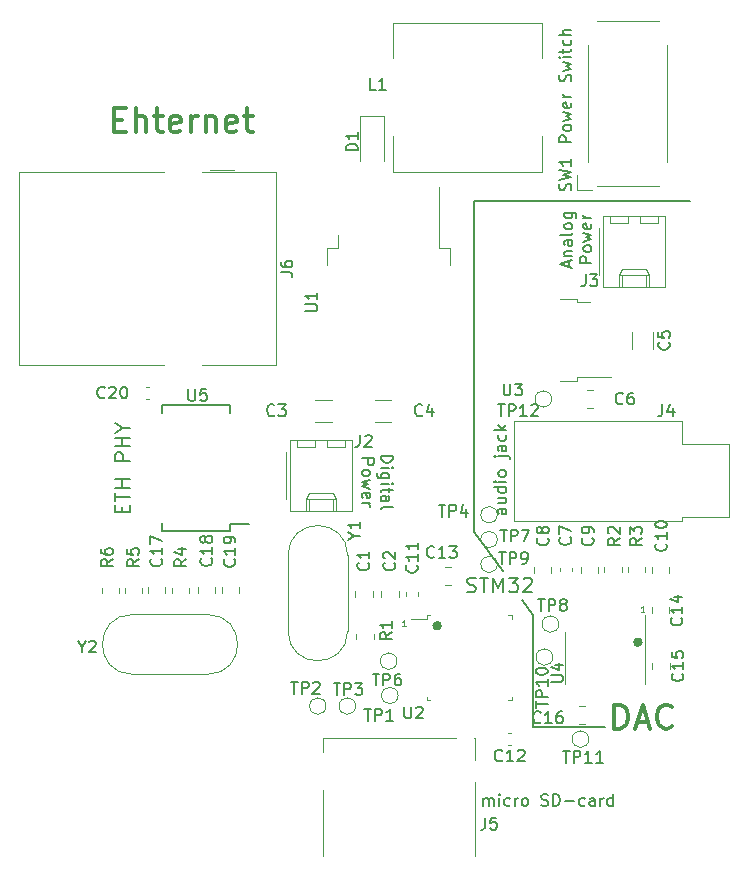
<source format=gbr>
%TF.GenerationSoftware,KiCad,Pcbnew,(5.99.0-8361-gd4c36230d2)*%
%TF.CreationDate,2021-01-14T14:19:16+01:00*%
%TF.ProjectId,mp3,6d70332e-6b69-4636-9164-5f7063625858,rev?*%
%TF.SameCoordinates,PXae85bc0PY7459280*%
%TF.FileFunction,Legend,Top*%
%TF.FilePolarity,Positive*%
%FSLAX46Y46*%
G04 Gerber Fmt 4.6, Leading zero omitted, Abs format (unit mm)*
G04 Created by KiCad (PCBNEW (5.99.0-8361-gd4c36230d2)) date 2021-01-14 14:19:16*
%MOMM*%
%LPD*%
G01*
G04 APERTURE LIST*
%ADD10C,0.150000*%
%ADD11C,0.400000*%
%ADD12C,0.125000*%
%ADD13C,0.200000*%
%ADD14C,0.300000*%
%ADD15C,0.120000*%
G04 APERTURE END LIST*
D10*
X-17476191Y7547620D02*
X-17476191Y8214286D01*
X-17476191Y8119048D02*
X-17428572Y8166667D01*
X-17333334Y8214286D01*
X-17190477Y8214286D01*
X-17095239Y8166667D01*
X-17047620Y8071429D01*
X-17047620Y7547620D01*
X-17047620Y8071429D02*
X-17000000Y8166667D01*
X-16904762Y8214286D01*
X-16761905Y8214286D01*
X-16666667Y8166667D01*
X-16619048Y8071429D01*
X-16619048Y7547620D01*
X-16142858Y7547620D02*
X-16142858Y8214286D01*
X-16142858Y8547620D02*
X-16190477Y8500000D01*
X-16142858Y8452381D01*
X-16095239Y8500000D01*
X-16142858Y8547620D01*
X-16142858Y8452381D01*
X-15238096Y7595239D02*
X-15333334Y7547620D01*
X-15523810Y7547620D01*
X-15619048Y7595239D01*
X-15666667Y7642858D01*
X-15714286Y7738096D01*
X-15714286Y8023810D01*
X-15666667Y8119048D01*
X-15619048Y8166667D01*
X-15523810Y8214286D01*
X-15333334Y8214286D01*
X-15238096Y8166667D01*
X-14809524Y7547620D02*
X-14809524Y8214286D01*
X-14809524Y8023810D02*
X-14761905Y8119048D01*
X-14714286Y8166667D01*
X-14619048Y8214286D01*
X-14523810Y8214286D01*
X-14047620Y7547620D02*
X-14142858Y7595239D01*
X-14190477Y7642858D01*
X-14238096Y7738096D01*
X-14238096Y8023810D01*
X-14190477Y8119048D01*
X-14142858Y8166667D01*
X-14047620Y8214286D01*
X-13904762Y8214286D01*
X-13809524Y8166667D01*
X-13761905Y8119048D01*
X-13714286Y8023810D01*
X-13714286Y7738096D01*
X-13761905Y7642858D01*
X-13809524Y7595239D01*
X-13904762Y7547620D01*
X-14047620Y7547620D01*
X-12571429Y7595239D02*
X-12428572Y7547620D01*
X-12190477Y7547620D01*
X-12095239Y7595239D01*
X-12047620Y7642858D01*
X-12000000Y7738096D01*
X-12000000Y7833334D01*
X-12047620Y7928572D01*
X-12095239Y7976191D01*
X-12190477Y8023810D01*
X-12380953Y8071429D01*
X-12476191Y8119048D01*
X-12523810Y8166667D01*
X-12571429Y8261905D01*
X-12571429Y8357143D01*
X-12523810Y8452381D01*
X-12476191Y8500000D01*
X-12380953Y8547620D01*
X-12142858Y8547620D01*
X-12000000Y8500000D01*
X-11571429Y7547620D02*
X-11571429Y8547620D01*
X-11333334Y8547620D01*
X-11190477Y8500000D01*
X-11095239Y8404762D01*
X-11047620Y8309524D01*
X-11000000Y8119048D01*
X-11000000Y7976191D01*
X-11047620Y7785715D01*
X-11095239Y7690477D01*
X-11190477Y7595239D01*
X-11333334Y7547620D01*
X-11571429Y7547620D01*
X-10571429Y7928572D02*
X-9809524Y7928572D01*
X-8904762Y7595239D02*
X-9000000Y7547620D01*
X-9190477Y7547620D01*
X-9285715Y7595239D01*
X-9333334Y7642858D01*
X-9380953Y7738096D01*
X-9380953Y8023810D01*
X-9333334Y8119048D01*
X-9285715Y8166667D01*
X-9190477Y8214286D01*
X-9000000Y8214286D01*
X-8904762Y8166667D01*
X-8047620Y7547620D02*
X-8047620Y8071429D01*
X-8095239Y8166667D01*
X-8190477Y8214286D01*
X-8380953Y8214286D01*
X-8476191Y8166667D01*
X-8047620Y7595239D02*
X-8142858Y7547620D01*
X-8380953Y7547620D01*
X-8476191Y7595239D01*
X-8523810Y7690477D01*
X-8523810Y7785715D01*
X-8476191Y7880953D01*
X-8380953Y7928572D01*
X-8142858Y7928572D01*
X-8047620Y7976191D01*
X-7571429Y7547620D02*
X-7571429Y8214286D01*
X-7571429Y8023810D02*
X-7523810Y8119048D01*
X-7476191Y8166667D01*
X-7380953Y8214286D01*
X-7285715Y8214286D01*
X-6523810Y7547620D02*
X-6523810Y8547620D01*
X-6523810Y7595239D02*
X-6619048Y7547620D01*
X-6809524Y7547620D01*
X-6904762Y7595239D01*
X-6952381Y7642858D01*
X-7000000Y7738096D01*
X-7000000Y8023810D01*
X-6952381Y8119048D01*
X-6904762Y8166667D01*
X-6809524Y8214286D01*
X-6619048Y8214286D01*
X-6523810Y8166667D01*
X-15547620Y32714286D02*
X-16071429Y32714286D01*
X-16166667Y32666667D01*
X-16214286Y32571429D01*
X-16214286Y32380953D01*
X-16166667Y32285715D01*
X-15595239Y32714286D02*
X-15547620Y32619048D01*
X-15547620Y32380953D01*
X-15595239Y32285715D01*
X-15690477Y32238096D01*
X-15785715Y32238096D01*
X-15880953Y32285715D01*
X-15928572Y32380953D01*
X-15928572Y32619048D01*
X-15976191Y32714286D01*
X-16214286Y33619048D02*
X-15547620Y33619048D01*
X-16214286Y33190477D02*
X-15690477Y33190477D01*
X-15595239Y33238096D01*
X-15547620Y33333334D01*
X-15547620Y33476191D01*
X-15595239Y33571429D01*
X-15642858Y33619048D01*
X-15547620Y34523810D02*
X-16547620Y34523810D01*
X-15595239Y34523810D02*
X-15547620Y34428572D01*
X-15547620Y34238096D01*
X-15595239Y34142858D01*
X-15642858Y34095239D01*
X-15738096Y34047620D01*
X-16023810Y34047620D01*
X-16119048Y34095239D01*
X-16166667Y34142858D01*
X-16214286Y34238096D01*
X-16214286Y34428572D01*
X-16166667Y34523810D01*
X-15547620Y35000000D02*
X-16214286Y35000000D01*
X-16547620Y35000000D02*
X-16500000Y34952381D01*
X-16452381Y35000000D01*
X-16500000Y35047620D01*
X-16547620Y35000000D01*
X-16452381Y35000000D01*
X-15547620Y35619048D02*
X-15595239Y35523810D01*
X-15642858Y35476191D01*
X-15738096Y35428572D01*
X-16023810Y35428572D01*
X-16119048Y35476191D01*
X-16166667Y35523810D01*
X-16214286Y35619048D01*
X-16214286Y35761905D01*
X-16166667Y35857143D01*
X-16119048Y35904762D01*
X-16023810Y35952381D01*
X-15738096Y35952381D01*
X-15642858Y35904762D01*
X-15595239Y35857143D01*
X-15547620Y35761905D01*
X-15547620Y35619048D01*
X-16214286Y37142858D02*
X-15357143Y37142858D01*
X-15261905Y37095239D01*
X-15214286Y37000000D01*
X-15214286Y36952381D01*
X-16547620Y37142858D02*
X-16500000Y37095239D01*
X-16452381Y37142858D01*
X-16500000Y37190477D01*
X-16547620Y37142858D01*
X-16452381Y37142858D01*
X-15547620Y38047620D02*
X-16071429Y38047620D01*
X-16166667Y38000000D01*
X-16214286Y37904762D01*
X-16214286Y37714286D01*
X-16166667Y37619048D01*
X-15595239Y38047620D02*
X-15547620Y37952381D01*
X-15547620Y37714286D01*
X-15595239Y37619048D01*
X-15690477Y37571429D01*
X-15785715Y37571429D01*
X-15880953Y37619048D01*
X-15928572Y37714286D01*
X-15928572Y37952381D01*
X-15976191Y38047620D01*
X-15595239Y38952381D02*
X-15547620Y38857143D01*
X-15547620Y38666667D01*
X-15595239Y38571429D01*
X-15642858Y38523810D01*
X-15738096Y38476191D01*
X-16023810Y38476191D01*
X-16119048Y38523810D01*
X-16166667Y38571429D01*
X-16214286Y38666667D01*
X-16214286Y38857143D01*
X-16166667Y38952381D01*
X-15547620Y39380953D02*
X-16547620Y39380953D01*
X-15928572Y39476191D02*
X-15547620Y39761905D01*
X-16214286Y39761905D02*
X-15833334Y39380953D01*
X-10047620Y63738096D02*
X-11047620Y63738096D01*
X-11047620Y64119048D01*
X-11000000Y64214286D01*
X-10952381Y64261905D01*
X-10857143Y64309524D01*
X-10714286Y64309524D01*
X-10619048Y64261905D01*
X-10571429Y64214286D01*
X-10523810Y64119048D01*
X-10523810Y63738096D01*
X-10047620Y64880953D02*
X-10095239Y64785715D01*
X-10142858Y64738096D01*
X-10238096Y64690477D01*
X-10523810Y64690477D01*
X-10619048Y64738096D01*
X-10666667Y64785715D01*
X-10714286Y64880953D01*
X-10714286Y65023810D01*
X-10666667Y65119048D01*
X-10619048Y65166667D01*
X-10523810Y65214286D01*
X-10238096Y65214286D01*
X-10142858Y65166667D01*
X-10095239Y65119048D01*
X-10047620Y65023810D01*
X-10047620Y64880953D01*
X-10714286Y65547620D02*
X-10047620Y65738096D01*
X-10523810Y65928572D01*
X-10047620Y66119048D01*
X-10714286Y66309524D01*
X-10095239Y67071429D02*
X-10047620Y66976191D01*
X-10047620Y66785715D01*
X-10095239Y66690477D01*
X-10190477Y66642858D01*
X-10571429Y66642858D01*
X-10666667Y66690477D01*
X-10714286Y66785715D01*
X-10714286Y66976191D01*
X-10666667Y67071429D01*
X-10571429Y67119048D01*
X-10476191Y67119048D01*
X-10380953Y66642858D01*
X-10047620Y67547620D02*
X-10714286Y67547620D01*
X-10523810Y67547620D02*
X-10619048Y67595239D01*
X-10666667Y67642858D01*
X-10714286Y67738096D01*
X-10714286Y67833334D01*
X-10095239Y68880953D02*
X-10047620Y69023810D01*
X-10047620Y69261905D01*
X-10095239Y69357143D01*
X-10142858Y69404762D01*
X-10238096Y69452381D01*
X-10333334Y69452381D01*
X-10428572Y69404762D01*
X-10476191Y69357143D01*
X-10523810Y69261905D01*
X-10571429Y69071429D01*
X-10619048Y68976191D01*
X-10666667Y68928572D01*
X-10761905Y68880953D01*
X-10857143Y68880953D01*
X-10952381Y68928572D01*
X-11000000Y68976191D01*
X-11047620Y69071429D01*
X-11047620Y69309524D01*
X-11000000Y69452381D01*
X-10714286Y69785715D02*
X-10047620Y69976191D01*
X-10523810Y70166667D01*
X-10047620Y70357143D01*
X-10714286Y70547620D01*
X-10047620Y70928572D02*
X-10714286Y70928572D01*
X-11047620Y70928572D02*
X-11000000Y70880953D01*
X-10952381Y70928572D01*
X-11000000Y70976191D01*
X-11047620Y70928572D01*
X-10952381Y70928572D01*
X-10714286Y71261905D02*
X-10714286Y71642858D01*
X-11047620Y71404762D02*
X-10190477Y71404762D01*
X-10095239Y71452381D01*
X-10047620Y71547620D01*
X-10047620Y71642858D01*
X-10095239Y72404762D02*
X-10047620Y72309524D01*
X-10047620Y72119048D01*
X-10095239Y72023810D01*
X-10142858Y71976191D01*
X-10238096Y71928572D01*
X-10523810Y71928572D01*
X-10619048Y71976191D01*
X-10666667Y72023810D01*
X-10714286Y72119048D01*
X-10714286Y72309524D01*
X-10666667Y72404762D01*
X-10047620Y72833334D02*
X-11047620Y72833334D01*
X-10047620Y73261905D02*
X-10571429Y73261905D01*
X-10666667Y73214286D01*
X-10714286Y73119048D01*
X-10714286Y72976191D01*
X-10666667Y72880953D01*
X-10619048Y72833334D01*
X-13250000Y14200000D02*
X-7200000Y14200000D01*
X-13250000Y23750000D02*
X-13250000Y14200000D01*
D11*
X-21200000Y22800000D02*
G75*
G03*
X-21200000Y22800000I-200000J0D01*
G01*
D10*
X0Y58750000D02*
X-18250000Y58750000D01*
X-18250000Y30750000D02*
X-15800000Y27400000D01*
D11*
X-4200000Y21400000D02*
G75*
G03*
X-4200000Y21400000I-200000J0D01*
G01*
D10*
X-18250000Y58750000D02*
X-18250000Y30750000D01*
X-14200000Y25000000D02*
X-13250000Y23750000D01*
D12*
X-3857143Y23973810D02*
X-4142858Y23973810D01*
X-4000000Y23973810D02*
X-4000000Y24473810D01*
X-4047620Y24402381D01*
X-4095239Y24354762D01*
X-4142858Y24330953D01*
D13*
X-48089286Y32409524D02*
X-48089286Y32826191D01*
X-47434524Y33004762D02*
X-47434524Y32409524D01*
X-48684524Y32409524D01*
X-48684524Y33004762D01*
X-48684524Y33361905D02*
X-48684524Y34076191D01*
X-47434524Y33719048D02*
X-48684524Y33719048D01*
X-47434524Y34492858D02*
X-48684524Y34492858D01*
X-48089286Y34492858D02*
X-48089286Y35207143D01*
X-47434524Y35207143D02*
X-48684524Y35207143D01*
X-47434524Y36754762D02*
X-48684524Y36754762D01*
X-48684524Y37230953D01*
X-48625000Y37350000D01*
X-48565477Y37409524D01*
X-48446429Y37469048D01*
X-48267858Y37469048D01*
X-48148810Y37409524D01*
X-48089286Y37350000D01*
X-48029762Y37230953D01*
X-48029762Y36754762D01*
X-47434524Y38004762D02*
X-48684524Y38004762D01*
X-48089286Y38004762D02*
X-48089286Y38719048D01*
X-47434524Y38719048D02*
X-48684524Y38719048D01*
X-48029762Y39552381D02*
X-47434524Y39552381D01*
X-48684524Y39135715D02*
X-48029762Y39552381D01*
X-48684524Y39969048D01*
D14*
X-48714286Y65642858D02*
X-48047620Y65642858D01*
X-47761905Y64595239D02*
X-48714286Y64595239D01*
X-48714286Y66595239D01*
X-47761905Y66595239D01*
X-46904762Y64595239D02*
X-46904762Y66595239D01*
X-46047620Y64595239D02*
X-46047620Y65642858D01*
X-46142858Y65833334D01*
X-46333334Y65928572D01*
X-46619048Y65928572D01*
X-46809524Y65833334D01*
X-46904762Y65738096D01*
X-45380953Y65928572D02*
X-44619048Y65928572D01*
X-45095239Y66595239D02*
X-45095239Y64880953D01*
X-45000000Y64690477D01*
X-44809524Y64595239D01*
X-44619048Y64595239D01*
X-43190477Y64690477D02*
X-43380953Y64595239D01*
X-43761905Y64595239D01*
X-43952381Y64690477D01*
X-44047620Y64880953D01*
X-44047620Y65642858D01*
X-43952381Y65833334D01*
X-43761905Y65928572D01*
X-43380953Y65928572D01*
X-43190477Y65833334D01*
X-43095239Y65642858D01*
X-43095239Y65452381D01*
X-44047620Y65261905D01*
X-42238096Y64595239D02*
X-42238096Y65928572D01*
X-42238096Y65547620D02*
X-42142858Y65738096D01*
X-42047620Y65833334D01*
X-41857143Y65928572D01*
X-41666667Y65928572D01*
X-41000000Y65928572D02*
X-41000000Y64595239D01*
X-41000000Y65738096D02*
X-40904762Y65833334D01*
X-40714286Y65928572D01*
X-40428572Y65928572D01*
X-40238096Y65833334D01*
X-40142858Y65642858D01*
X-40142858Y64595239D01*
X-38428572Y64690477D02*
X-38619048Y64595239D01*
X-39000000Y64595239D01*
X-39190477Y64690477D01*
X-39285715Y64880953D01*
X-39285715Y65642858D01*
X-39190477Y65833334D01*
X-39000000Y65928572D01*
X-38619048Y65928572D01*
X-38428572Y65833334D01*
X-38333334Y65642858D01*
X-38333334Y65452381D01*
X-39285715Y65261905D01*
X-37761905Y65928572D02*
X-37000000Y65928572D01*
X-37476191Y66595239D02*
X-37476191Y64880953D01*
X-37380953Y64690477D01*
X-37190477Y64595239D01*
X-37000000Y64595239D01*
D12*
X-24057143Y22773810D02*
X-24342858Y22773810D01*
X-24200000Y22773810D02*
X-24200000Y23273810D01*
X-24247620Y23202381D01*
X-24295239Y23154762D01*
X-24342858Y23130953D01*
D10*
X-10238334Y53190477D02*
X-10238334Y53666667D01*
X-9952620Y53095239D02*
X-10952620Y53428572D01*
X-9952620Y53761905D01*
X-10619286Y54095239D02*
X-9952620Y54095239D01*
X-10524048Y54095239D02*
X-10571667Y54142858D01*
X-10619286Y54238096D01*
X-10619286Y54380953D01*
X-10571667Y54476191D01*
X-10476429Y54523810D01*
X-9952620Y54523810D01*
X-9952620Y55428572D02*
X-10476429Y55428572D01*
X-10571667Y55380953D01*
X-10619286Y55285715D01*
X-10619286Y55095239D01*
X-10571667Y55000000D01*
X-10000239Y55428572D02*
X-9952620Y55333334D01*
X-9952620Y55095239D01*
X-10000239Y55000000D01*
X-10095477Y54952381D01*
X-10190715Y54952381D01*
X-10285953Y55000000D01*
X-10333572Y55095239D01*
X-10333572Y55333334D01*
X-10381191Y55428572D01*
X-9952620Y56047620D02*
X-10000239Y55952381D01*
X-10095477Y55904762D01*
X-10952620Y55904762D01*
X-9952620Y56571429D02*
X-10000239Y56476191D01*
X-10047858Y56428572D01*
X-10143096Y56380953D01*
X-10428810Y56380953D01*
X-10524048Y56428572D01*
X-10571667Y56476191D01*
X-10619286Y56571429D01*
X-10619286Y56714286D01*
X-10571667Y56809524D01*
X-10524048Y56857143D01*
X-10428810Y56904762D01*
X-10143096Y56904762D01*
X-10047858Y56857143D01*
X-10000239Y56809524D01*
X-9952620Y56714286D01*
X-9952620Y56571429D01*
X-10619286Y57761905D02*
X-9809762Y57761905D01*
X-9714524Y57714286D01*
X-9666905Y57666667D01*
X-9619286Y57571429D01*
X-9619286Y57428572D01*
X-9666905Y57333334D01*
X-10000239Y57761905D02*
X-9952620Y57666667D01*
X-9952620Y57476191D01*
X-10000239Y57380953D01*
X-10047858Y57333334D01*
X-10143096Y57285715D01*
X-10428810Y57285715D01*
X-10524048Y57333334D01*
X-10571667Y57380953D01*
X-10619286Y57476191D01*
X-10619286Y57666667D01*
X-10571667Y57761905D01*
X-8342620Y53523810D02*
X-9342620Y53523810D01*
X-9342620Y53904762D01*
X-9295000Y54000000D01*
X-9247381Y54047620D01*
X-9152143Y54095239D01*
X-9009286Y54095239D01*
X-8914048Y54047620D01*
X-8866429Y54000000D01*
X-8818810Y53904762D01*
X-8818810Y53523810D01*
X-8342620Y54666667D02*
X-8390239Y54571429D01*
X-8437858Y54523810D01*
X-8533096Y54476191D01*
X-8818810Y54476191D01*
X-8914048Y54523810D01*
X-8961667Y54571429D01*
X-9009286Y54666667D01*
X-9009286Y54809524D01*
X-8961667Y54904762D01*
X-8914048Y54952381D01*
X-8818810Y55000000D01*
X-8533096Y55000000D01*
X-8437858Y54952381D01*
X-8390239Y54904762D01*
X-8342620Y54809524D01*
X-8342620Y54666667D01*
X-9009286Y55333334D02*
X-8342620Y55523810D01*
X-8818810Y55714286D01*
X-8342620Y55904762D01*
X-9009286Y56095239D01*
X-8390239Y56857143D02*
X-8342620Y56761905D01*
X-8342620Y56571429D01*
X-8390239Y56476191D01*
X-8485477Y56428572D01*
X-8866429Y56428572D01*
X-8961667Y56476191D01*
X-9009286Y56571429D01*
X-9009286Y56761905D01*
X-8961667Y56857143D01*
X-8866429Y56904762D01*
X-8771191Y56904762D01*
X-8675953Y56428572D01*
X-8342620Y57333334D02*
X-9009286Y57333334D01*
X-8818810Y57333334D02*
X-8914048Y57380953D01*
X-8961667Y57428572D01*
X-9009286Y57523810D01*
X-9009286Y57619048D01*
D14*
X-6380953Y14095239D02*
X-6380953Y16095239D01*
X-5904762Y16095239D01*
X-5619048Y16000000D01*
X-5428572Y15809524D01*
X-5333334Y15619048D01*
X-5238096Y15238096D01*
X-5238096Y14952381D01*
X-5333334Y14571429D01*
X-5428572Y14380953D01*
X-5619048Y14190477D01*
X-5904762Y14095239D01*
X-6380953Y14095239D01*
X-4476191Y14666667D02*
X-3523810Y14666667D01*
X-4666667Y14095239D02*
X-4000000Y16095239D01*
X-3333334Y14095239D01*
X-1523810Y14285715D02*
X-1619048Y14190477D01*
X-1904762Y14095239D01*
X-2095239Y14095239D01*
X-2380953Y14190477D01*
X-2571429Y14380953D01*
X-2666667Y14571429D01*
X-2761905Y14952381D01*
X-2761905Y15238096D01*
X-2666667Y15619048D01*
X-2571429Y15809524D01*
X-2380953Y16000000D01*
X-2095239Y16095239D01*
X-1904762Y16095239D01*
X-1619048Y16000000D01*
X-1523810Y15904762D01*
D13*
X-18838096Y25694048D02*
X-18659524Y25634524D01*
X-18361905Y25634524D01*
X-18242858Y25694048D01*
X-18183334Y25753572D01*
X-18123810Y25872620D01*
X-18123810Y25991667D01*
X-18183334Y26110715D01*
X-18242858Y26170239D01*
X-18361905Y26229762D01*
X-18600000Y26289286D01*
X-18719048Y26348810D01*
X-18778572Y26408334D01*
X-18838096Y26527381D01*
X-18838096Y26646429D01*
X-18778572Y26765477D01*
X-18719048Y26825000D01*
X-18600000Y26884524D01*
X-18302381Y26884524D01*
X-18123810Y26825000D01*
X-17766667Y26884524D02*
X-17052381Y26884524D01*
X-17409524Y25634524D02*
X-17409524Y26884524D01*
X-16635715Y25634524D02*
X-16635715Y26884524D01*
X-16219048Y25991667D01*
X-15802381Y26884524D01*
X-15802381Y25634524D01*
X-15326191Y26884524D02*
X-14552381Y26884524D01*
X-14969048Y26408334D01*
X-14790477Y26408334D01*
X-14671429Y26348810D01*
X-14611905Y26289286D01*
X-14552381Y26170239D01*
X-14552381Y25872620D01*
X-14611905Y25753572D01*
X-14671429Y25694048D01*
X-14790477Y25634524D01*
X-15147620Y25634524D01*
X-15266667Y25694048D01*
X-15326191Y25753572D01*
X-14076191Y26765477D02*
X-14016667Y26825000D01*
X-13897620Y26884524D01*
X-13600000Y26884524D01*
X-13480953Y26825000D01*
X-13421429Y26765477D01*
X-13361905Y26646429D01*
X-13361905Y26527381D01*
X-13421429Y26348810D01*
X-14135715Y25634524D01*
X-13361905Y25634524D01*
D10*
X-26147381Y37190477D02*
X-25147381Y37190477D01*
X-25147381Y36952381D01*
X-25195000Y36809524D01*
X-25290239Y36714286D01*
X-25385477Y36666667D01*
X-25575953Y36619048D01*
X-25718810Y36619048D01*
X-25909286Y36666667D01*
X-26004524Y36714286D01*
X-26099762Y36809524D01*
X-26147381Y36952381D01*
X-26147381Y37190477D01*
X-26147381Y36190477D02*
X-25480715Y36190477D01*
X-25147381Y36190477D02*
X-25195000Y36238096D01*
X-25242620Y36190477D01*
X-25195000Y36142858D01*
X-25147381Y36190477D01*
X-25242620Y36190477D01*
X-25480715Y35285715D02*
X-26290239Y35285715D01*
X-26385477Y35333334D01*
X-26433096Y35380953D01*
X-26480715Y35476191D01*
X-26480715Y35619048D01*
X-26433096Y35714286D01*
X-26099762Y35285715D02*
X-26147381Y35380953D01*
X-26147381Y35571429D01*
X-26099762Y35666667D01*
X-26052143Y35714286D01*
X-25956905Y35761905D01*
X-25671191Y35761905D01*
X-25575953Y35714286D01*
X-25528334Y35666667D01*
X-25480715Y35571429D01*
X-25480715Y35380953D01*
X-25528334Y35285715D01*
X-26147381Y34809524D02*
X-25480715Y34809524D01*
X-25147381Y34809524D02*
X-25195000Y34857143D01*
X-25242620Y34809524D01*
X-25195000Y34761905D01*
X-25147381Y34809524D01*
X-25242620Y34809524D01*
X-25480715Y34476191D02*
X-25480715Y34095239D01*
X-25147381Y34333334D02*
X-26004524Y34333334D01*
X-26099762Y34285715D01*
X-26147381Y34190477D01*
X-26147381Y34095239D01*
X-26147381Y33333334D02*
X-25623572Y33333334D01*
X-25528334Y33380953D01*
X-25480715Y33476191D01*
X-25480715Y33666667D01*
X-25528334Y33761905D01*
X-26099762Y33333334D02*
X-26147381Y33428572D01*
X-26147381Y33666667D01*
X-26099762Y33761905D01*
X-26004524Y33809524D01*
X-25909286Y33809524D01*
X-25814048Y33761905D01*
X-25766429Y33666667D01*
X-25766429Y33428572D01*
X-25718810Y33333334D01*
X-26147381Y32714286D02*
X-26099762Y32809524D01*
X-26004524Y32857143D01*
X-25147381Y32857143D01*
X-27757381Y36976191D02*
X-26757381Y36976191D01*
X-26757381Y36595239D01*
X-26805000Y36500000D01*
X-26852620Y36452381D01*
X-26947858Y36404762D01*
X-27090715Y36404762D01*
X-27185953Y36452381D01*
X-27233572Y36500000D01*
X-27281191Y36595239D01*
X-27281191Y36976191D01*
X-27757381Y35833334D02*
X-27709762Y35928572D01*
X-27662143Y35976191D01*
X-27566905Y36023810D01*
X-27281191Y36023810D01*
X-27185953Y35976191D01*
X-27138334Y35928572D01*
X-27090715Y35833334D01*
X-27090715Y35690477D01*
X-27138334Y35595239D01*
X-27185953Y35547620D01*
X-27281191Y35500000D01*
X-27566905Y35500000D01*
X-27662143Y35547620D01*
X-27709762Y35595239D01*
X-27757381Y35690477D01*
X-27757381Y35833334D01*
X-27090715Y35166667D02*
X-27757381Y34976191D01*
X-27281191Y34785715D01*
X-27757381Y34595239D01*
X-27090715Y34404762D01*
X-27709762Y33642858D02*
X-27757381Y33738096D01*
X-27757381Y33928572D01*
X-27709762Y34023810D01*
X-27614524Y34071429D01*
X-27233572Y34071429D01*
X-27138334Y34023810D01*
X-27090715Y33928572D01*
X-27090715Y33738096D01*
X-27138334Y33642858D01*
X-27233572Y33595239D01*
X-27328810Y33595239D01*
X-27424048Y34071429D01*
X-27757381Y33166667D02*
X-27090715Y33166667D01*
X-27281191Y33166667D02*
X-27185953Y33119048D01*
X-27138334Y33071429D01*
X-27090715Y32976191D01*
X-27090715Y32880953D01*
%TO.C,U5*%
X-42461905Y42847620D02*
X-42461905Y42038096D01*
X-42414286Y41942858D01*
X-42366667Y41895239D01*
X-42271429Y41847620D01*
X-42080953Y41847620D01*
X-41985715Y41895239D01*
X-41938096Y41942858D01*
X-41890477Y42038096D01*
X-41890477Y42847620D01*
X-40938096Y42847620D02*
X-41414286Y42847620D01*
X-41461905Y42371429D01*
X-41414286Y42419048D01*
X-41319048Y42466667D01*
X-41080953Y42466667D01*
X-40985715Y42419048D01*
X-40938096Y42371429D01*
X-40890477Y42276191D01*
X-40890477Y42038096D01*
X-40938096Y41942858D01*
X-40985715Y41895239D01*
X-41080953Y41847620D01*
X-41319048Y41847620D01*
X-41414286Y41895239D01*
X-41461905Y41942858D01*
%TO.C,SW1*%
X-10095239Y59666667D02*
X-10047620Y59809524D01*
X-10047620Y60047620D01*
X-10095239Y60142858D01*
X-10142858Y60190477D01*
X-10238096Y60238096D01*
X-10333334Y60238096D01*
X-10428572Y60190477D01*
X-10476191Y60142858D01*
X-10523810Y60047620D01*
X-10571429Y59857143D01*
X-10619048Y59761905D01*
X-10666667Y59714286D01*
X-10761905Y59666667D01*
X-10857143Y59666667D01*
X-10952381Y59714286D01*
X-11000000Y59761905D01*
X-11047620Y59857143D01*
X-11047620Y60095239D01*
X-11000000Y60238096D01*
X-11047620Y60571429D02*
X-10047620Y60809524D01*
X-10761905Y61000000D01*
X-10047620Y61190477D01*
X-11047620Y61428572D01*
X-10047620Y62333334D02*
X-10047620Y61761905D01*
X-10047620Y62047620D02*
X-11047620Y62047620D01*
X-10904762Y61952381D01*
X-10809524Y61857143D01*
X-10761905Y61761905D01*
%TO.C,C11*%
X-23142858Y27927143D02*
X-23095239Y27879524D01*
X-23047620Y27736667D01*
X-23047620Y27641429D01*
X-23095239Y27498572D01*
X-23190477Y27403334D01*
X-23285715Y27355715D01*
X-23476191Y27308096D01*
X-23619048Y27308096D01*
X-23809524Y27355715D01*
X-23904762Y27403334D01*
X-24000000Y27498572D01*
X-24047620Y27641429D01*
X-24047620Y27736667D01*
X-24000000Y27879524D01*
X-23952381Y27927143D01*
X-23047620Y28879524D02*
X-23047620Y28308096D01*
X-23047620Y28593810D02*
X-24047620Y28593810D01*
X-23904762Y28498572D01*
X-23809524Y28403334D01*
X-23761905Y28308096D01*
X-23047620Y29831905D02*
X-23047620Y29260477D01*
X-23047620Y29546191D02*
X-24047620Y29546191D01*
X-23904762Y29450953D01*
X-23809524Y29355715D01*
X-23761905Y29260477D01*
%TO.C,C20*%
X-49542858Y42142858D02*
X-49590477Y42095239D01*
X-49733334Y42047620D01*
X-49828572Y42047620D01*
X-49971429Y42095239D01*
X-50066667Y42190477D01*
X-50114286Y42285715D01*
X-50161905Y42476191D01*
X-50161905Y42619048D01*
X-50114286Y42809524D01*
X-50066667Y42904762D01*
X-49971429Y43000000D01*
X-49828572Y43047620D01*
X-49733334Y43047620D01*
X-49590477Y43000000D01*
X-49542858Y42952381D01*
X-49161905Y42952381D02*
X-49114286Y43000000D01*
X-49019048Y43047620D01*
X-48780953Y43047620D01*
X-48685715Y43000000D01*
X-48638096Y42952381D01*
X-48590477Y42857143D01*
X-48590477Y42761905D01*
X-48638096Y42619048D01*
X-49209524Y42047620D01*
X-48590477Y42047620D01*
X-47971429Y43047620D02*
X-47876191Y43047620D01*
X-47780953Y43000000D01*
X-47733334Y42952381D01*
X-47685715Y42857143D01*
X-47638096Y42666667D01*
X-47638096Y42428572D01*
X-47685715Y42238096D01*
X-47733334Y42142858D01*
X-47780953Y42095239D01*
X-47876191Y42047620D01*
X-47971429Y42047620D01*
X-48066667Y42095239D01*
X-48114286Y42142858D01*
X-48161905Y42238096D01*
X-48209524Y42428572D01*
X-48209524Y42666667D01*
X-48161905Y42857143D01*
X-48114286Y42952381D01*
X-48066667Y43000000D01*
X-47971429Y43047620D01*
%TO.C,TP1*%
X-27561905Y15747620D02*
X-26990477Y15747620D01*
X-27276191Y14747620D02*
X-27276191Y15747620D01*
X-26657143Y14747620D02*
X-26657143Y15747620D01*
X-26276191Y15747620D01*
X-26180953Y15700000D01*
X-26133334Y15652381D01*
X-26085715Y15557143D01*
X-26085715Y15414286D01*
X-26133334Y15319048D01*
X-26180953Y15271429D01*
X-26276191Y15223810D01*
X-26657143Y15223810D01*
X-25133334Y14747620D02*
X-25704762Y14747620D01*
X-25419048Y14747620D02*
X-25419048Y15747620D01*
X-25514286Y15604762D01*
X-25609524Y15509524D01*
X-25704762Y15461905D01*
%TO.C,L1*%
X-26606667Y68187620D02*
X-27082858Y68187620D01*
X-27082858Y69187620D01*
X-25749524Y68187620D02*
X-26320953Y68187620D01*
X-26035239Y68187620D02*
X-26035239Y69187620D01*
X-26130477Y69044762D01*
X-26225715Y68949524D01*
X-26320953Y68901905D01*
%TO.C,R6*%
X-48861620Y28413334D02*
X-49337810Y28080000D01*
X-48861620Y27841905D02*
X-49861620Y27841905D01*
X-49861620Y28222858D01*
X-49814000Y28318096D01*
X-49766381Y28365715D01*
X-49671143Y28413334D01*
X-49528286Y28413334D01*
X-49433048Y28365715D01*
X-49385429Y28318096D01*
X-49337810Y28222858D01*
X-49337810Y27841905D01*
X-49861620Y29270477D02*
X-49861620Y29080000D01*
X-49814000Y28984762D01*
X-49766381Y28937143D01*
X-49623524Y28841905D01*
X-49433048Y28794286D01*
X-49052096Y28794286D01*
X-48956858Y28841905D01*
X-48909239Y28889524D01*
X-48861620Y28984762D01*
X-48861620Y29175239D01*
X-48909239Y29270477D01*
X-48956858Y29318096D01*
X-49052096Y29365715D01*
X-49290191Y29365715D01*
X-49385429Y29318096D01*
X-49433048Y29270477D01*
X-49480667Y29175239D01*
X-49480667Y28984762D01*
X-49433048Y28889524D01*
X-49385429Y28841905D01*
X-49290191Y28794286D01*
%TO.C,TP11*%
X-10738096Y12213620D02*
X-10166667Y12213620D01*
X-10452381Y11213620D02*
X-10452381Y12213620D01*
X-9833334Y11213620D02*
X-9833334Y12213620D01*
X-9452381Y12213620D01*
X-9357143Y12166000D01*
X-9309524Y12118381D01*
X-9261905Y12023143D01*
X-9261905Y11880286D01*
X-9309524Y11785048D01*
X-9357143Y11737429D01*
X-9452381Y11689810D01*
X-9833334Y11689810D01*
X-8309524Y11213620D02*
X-8880953Y11213620D01*
X-8595239Y11213620D02*
X-8595239Y12213620D01*
X-8690477Y12070762D01*
X-8785715Y11975524D01*
X-8880953Y11927905D01*
X-7357143Y11213620D02*
X-7928572Y11213620D01*
X-7642858Y11213620D02*
X-7642858Y12213620D01*
X-7738096Y12070762D01*
X-7833334Y11975524D01*
X-7928572Y11927905D01*
%TO.C,TP2*%
X-33761905Y18047620D02*
X-33190477Y18047620D01*
X-33476191Y17047620D02*
X-33476191Y18047620D01*
X-32857143Y17047620D02*
X-32857143Y18047620D01*
X-32476191Y18047620D01*
X-32380953Y18000000D01*
X-32333334Y17952381D01*
X-32285715Y17857143D01*
X-32285715Y17714286D01*
X-32333334Y17619048D01*
X-32380953Y17571429D01*
X-32476191Y17523810D01*
X-32857143Y17523810D01*
X-31904762Y17952381D02*
X-31857143Y18000000D01*
X-31761905Y18047620D01*
X-31523810Y18047620D01*
X-31428572Y18000000D01*
X-31380953Y17952381D01*
X-31333334Y17857143D01*
X-31333334Y17761905D01*
X-31380953Y17619048D01*
X-31952381Y17047620D01*
X-31333334Y17047620D01*
%TO.C,C9*%
X-8242858Y30233334D02*
X-8195239Y30185715D01*
X-8147620Y30042858D01*
X-8147620Y29947620D01*
X-8195239Y29804762D01*
X-8290477Y29709524D01*
X-8385715Y29661905D01*
X-8576191Y29614286D01*
X-8719048Y29614286D01*
X-8909524Y29661905D01*
X-9004762Y29709524D01*
X-9100000Y29804762D01*
X-9147620Y29947620D01*
X-9147620Y30042858D01*
X-9100000Y30185715D01*
X-9052381Y30233334D01*
X-8147620Y30709524D02*
X-8147620Y30900000D01*
X-8195239Y30995239D01*
X-8242858Y31042858D01*
X-8385715Y31138096D01*
X-8576191Y31185715D01*
X-8957143Y31185715D01*
X-9052381Y31138096D01*
X-9100000Y31090477D01*
X-9147620Y30995239D01*
X-9147620Y30804762D01*
X-9100000Y30709524D01*
X-9052381Y30661905D01*
X-8957143Y30614286D01*
X-8719048Y30614286D01*
X-8623810Y30661905D01*
X-8576191Y30709524D01*
X-8528572Y30804762D01*
X-8528572Y30995239D01*
X-8576191Y31090477D01*
X-8623810Y31138096D01*
X-8719048Y31185715D01*
%TO.C,C13*%
X-21642858Y28642858D02*
X-21690477Y28595239D01*
X-21833334Y28547620D01*
X-21928572Y28547620D01*
X-22071429Y28595239D01*
X-22166667Y28690477D01*
X-22214286Y28785715D01*
X-22261905Y28976191D01*
X-22261905Y29119048D01*
X-22214286Y29309524D01*
X-22166667Y29404762D01*
X-22071429Y29500000D01*
X-21928572Y29547620D01*
X-21833334Y29547620D01*
X-21690477Y29500000D01*
X-21642858Y29452381D01*
X-20690477Y28547620D02*
X-21261905Y28547620D01*
X-20976191Y28547620D02*
X-20976191Y29547620D01*
X-21071429Y29404762D01*
X-21166667Y29309524D01*
X-21261905Y29261905D01*
X-20357143Y29547620D02*
X-19738096Y29547620D01*
X-20071429Y29166667D01*
X-19928572Y29166667D01*
X-19833334Y29119048D01*
X-19785715Y29071429D01*
X-19738096Y28976191D01*
X-19738096Y28738096D01*
X-19785715Y28642858D01*
X-19833334Y28595239D01*
X-19928572Y28547620D01*
X-20214286Y28547620D01*
X-20309524Y28595239D01*
X-20357143Y28642858D01*
%TO.C,R1*%
X-25247620Y22233334D02*
X-25723810Y21900000D01*
X-25247620Y21661905D02*
X-26247620Y21661905D01*
X-26247620Y22042858D01*
X-26200000Y22138096D01*
X-26152381Y22185715D01*
X-26057143Y22233334D01*
X-25914286Y22233334D01*
X-25819048Y22185715D01*
X-25771429Y22138096D01*
X-25723810Y22042858D01*
X-25723810Y21661905D01*
X-25247620Y23185715D02*
X-25247620Y22614286D01*
X-25247620Y22900000D02*
X-26247620Y22900000D01*
X-26104762Y22804762D01*
X-26009524Y22709524D01*
X-25961905Y22614286D01*
%TO.C,Y1*%
X-28423810Y30423810D02*
X-27947620Y30423810D01*
X-28947620Y30090477D02*
X-28423810Y30423810D01*
X-28947620Y30757143D01*
X-27947620Y31614286D02*
X-27947620Y31042858D01*
X-27947620Y31328572D02*
X-28947620Y31328572D01*
X-28804762Y31233334D01*
X-28709524Y31138096D01*
X-28661905Y31042858D01*
%TO.C,C18*%
X-40534858Y28503143D02*
X-40487239Y28455524D01*
X-40439620Y28312667D01*
X-40439620Y28217429D01*
X-40487239Y28074572D01*
X-40582477Y27979334D01*
X-40677715Y27931715D01*
X-40868191Y27884096D01*
X-41011048Y27884096D01*
X-41201524Y27931715D01*
X-41296762Y27979334D01*
X-41392000Y28074572D01*
X-41439620Y28217429D01*
X-41439620Y28312667D01*
X-41392000Y28455524D01*
X-41344381Y28503143D01*
X-40439620Y29455524D02*
X-40439620Y28884096D01*
X-40439620Y29169810D02*
X-41439620Y29169810D01*
X-41296762Y29074572D01*
X-41201524Y28979334D01*
X-41153905Y28884096D01*
X-41011048Y30026953D02*
X-41058667Y29931715D01*
X-41106286Y29884096D01*
X-41201524Y29836477D01*
X-41249143Y29836477D01*
X-41344381Y29884096D01*
X-41392000Y29931715D01*
X-41439620Y30026953D01*
X-41439620Y30217429D01*
X-41392000Y30312667D01*
X-41344381Y30360286D01*
X-41249143Y30407905D01*
X-41201524Y30407905D01*
X-41106286Y30360286D01*
X-41058667Y30312667D01*
X-41011048Y30217429D01*
X-41011048Y30026953D01*
X-40963429Y29931715D01*
X-40915810Y29884096D01*
X-40820572Y29836477D01*
X-40630096Y29836477D01*
X-40534858Y29884096D01*
X-40487239Y29931715D01*
X-40439620Y30026953D01*
X-40439620Y30217429D01*
X-40487239Y30312667D01*
X-40534858Y30360286D01*
X-40630096Y30407905D01*
X-40820572Y30407905D01*
X-40915810Y30360286D01*
X-40963429Y30312667D01*
X-41011048Y30217429D01*
%TO.C,TP6*%
X-26861905Y18747620D02*
X-26290477Y18747620D01*
X-26576191Y17747620D02*
X-26576191Y18747620D01*
X-25957143Y17747620D02*
X-25957143Y18747620D01*
X-25576191Y18747620D01*
X-25480953Y18700000D01*
X-25433334Y18652381D01*
X-25385715Y18557143D01*
X-25385715Y18414286D01*
X-25433334Y18319048D01*
X-25480953Y18271429D01*
X-25576191Y18223810D01*
X-25957143Y18223810D01*
X-24528572Y18747620D02*
X-24719048Y18747620D01*
X-24814286Y18700000D01*
X-24861905Y18652381D01*
X-24957143Y18509524D01*
X-25004762Y18319048D01*
X-25004762Y17938096D01*
X-24957143Y17842858D01*
X-24909524Y17795239D01*
X-24814286Y17747620D01*
X-24623810Y17747620D01*
X-24528572Y17795239D01*
X-24480953Y17842858D01*
X-24433334Y17938096D01*
X-24433334Y18176191D01*
X-24480953Y18271429D01*
X-24528572Y18319048D01*
X-24623810Y18366667D01*
X-24814286Y18366667D01*
X-24909524Y18319048D01*
X-24957143Y18271429D01*
X-25004762Y18176191D01*
%TO.C,R3*%
X-4077620Y30233334D02*
X-4553810Y29900000D01*
X-4077620Y29661905D02*
X-5077620Y29661905D01*
X-5077620Y30042858D01*
X-5030000Y30138096D01*
X-4982381Y30185715D01*
X-4887143Y30233334D01*
X-4744286Y30233334D01*
X-4649048Y30185715D01*
X-4601429Y30138096D01*
X-4553810Y30042858D01*
X-4553810Y29661905D01*
X-5077620Y30566667D02*
X-5077620Y31185715D01*
X-4696667Y30852381D01*
X-4696667Y30995239D01*
X-4649048Y31090477D01*
X-4601429Y31138096D01*
X-4506191Y31185715D01*
X-4268096Y31185715D01*
X-4172858Y31138096D01*
X-4125239Y31090477D01*
X-4077620Y30995239D01*
X-4077620Y30709524D01*
X-4125239Y30614286D01*
X-4172858Y30566667D01*
%TO.C,C3*%
X-35166667Y40642858D02*
X-35214286Y40595239D01*
X-35357143Y40547620D01*
X-35452381Y40547620D01*
X-35595239Y40595239D01*
X-35690477Y40690477D01*
X-35738096Y40785715D01*
X-35785715Y40976191D01*
X-35785715Y41119048D01*
X-35738096Y41309524D01*
X-35690477Y41404762D01*
X-35595239Y41500000D01*
X-35452381Y41547620D01*
X-35357143Y41547620D01*
X-35214286Y41500000D01*
X-35166667Y41452381D01*
X-34833334Y41547620D02*
X-34214286Y41547620D01*
X-34547620Y41166667D01*
X-34404762Y41166667D01*
X-34309524Y41119048D01*
X-34261905Y41071429D01*
X-34214286Y40976191D01*
X-34214286Y40738096D01*
X-34261905Y40642858D01*
X-34309524Y40595239D01*
X-34404762Y40547620D01*
X-34690477Y40547620D01*
X-34785715Y40595239D01*
X-34833334Y40642858D01*
%TO.C,TP9*%
X-16161905Y29047620D02*
X-15590477Y29047620D01*
X-15876191Y28047620D02*
X-15876191Y29047620D01*
X-15257143Y28047620D02*
X-15257143Y29047620D01*
X-14876191Y29047620D01*
X-14780953Y29000000D01*
X-14733334Y28952381D01*
X-14685715Y28857143D01*
X-14685715Y28714286D01*
X-14733334Y28619048D01*
X-14780953Y28571429D01*
X-14876191Y28523810D01*
X-15257143Y28523810D01*
X-14209524Y28047620D02*
X-14019048Y28047620D01*
X-13923810Y28095239D01*
X-13876191Y28142858D01*
X-13780953Y28285715D01*
X-13733334Y28476191D01*
X-13733334Y28857143D01*
X-13780953Y28952381D01*
X-13828572Y29000000D01*
X-13923810Y29047620D01*
X-14114286Y29047620D01*
X-14209524Y29000000D01*
X-14257143Y28952381D01*
X-14304762Y28857143D01*
X-14304762Y28619048D01*
X-14257143Y28523810D01*
X-14209524Y28476191D01*
X-14114286Y28428572D01*
X-13923810Y28428572D01*
X-13828572Y28476191D01*
X-13780953Y28523810D01*
X-13733334Y28619048D01*
%TO.C,R5*%
X-46657620Y28423334D02*
X-47133810Y28090000D01*
X-46657620Y27851905D02*
X-47657620Y27851905D01*
X-47657620Y28232858D01*
X-47610000Y28328096D01*
X-47562381Y28375715D01*
X-47467143Y28423334D01*
X-47324286Y28423334D01*
X-47229048Y28375715D01*
X-47181429Y28328096D01*
X-47133810Y28232858D01*
X-47133810Y27851905D01*
X-47657620Y29328096D02*
X-47657620Y28851905D01*
X-47181429Y28804286D01*
X-47229048Y28851905D01*
X-47276667Y28947143D01*
X-47276667Y29185239D01*
X-47229048Y29280477D01*
X-47181429Y29328096D01*
X-47086191Y29375715D01*
X-46848096Y29375715D01*
X-46752858Y29328096D01*
X-46705239Y29280477D01*
X-46657620Y29185239D01*
X-46657620Y28947143D01*
X-46705239Y28851905D01*
X-46752858Y28804286D01*
%TO.C,C14*%
X-732858Y23467143D02*
X-685239Y23419524D01*
X-637620Y23276667D01*
X-637620Y23181429D01*
X-685239Y23038572D01*
X-780477Y22943334D01*
X-875715Y22895715D01*
X-1066191Y22848096D01*
X-1209048Y22848096D01*
X-1399524Y22895715D01*
X-1494762Y22943334D01*
X-1590000Y23038572D01*
X-1637620Y23181429D01*
X-1637620Y23276667D01*
X-1590000Y23419524D01*
X-1542381Y23467143D01*
X-637620Y24419524D02*
X-637620Y23848096D01*
X-637620Y24133810D02*
X-1637620Y24133810D01*
X-1494762Y24038572D01*
X-1399524Y23943334D01*
X-1351905Y23848096D01*
X-1304286Y25276667D02*
X-637620Y25276667D01*
X-1685239Y25038572D02*
X-970953Y24800477D01*
X-970953Y25419524D01*
%TO.C,J5*%
X-17333334Y6547620D02*
X-17333334Y5833334D01*
X-17380953Y5690477D01*
X-17476191Y5595239D01*
X-17619048Y5547620D01*
X-17714286Y5547620D01*
X-16380953Y6547620D02*
X-16857143Y6547620D01*
X-16904762Y6071429D01*
X-16857143Y6119048D01*
X-16761905Y6166667D01*
X-16523810Y6166667D01*
X-16428572Y6119048D01*
X-16380953Y6071429D01*
X-16333334Y5976191D01*
X-16333334Y5738096D01*
X-16380953Y5642858D01*
X-16428572Y5595239D01*
X-16523810Y5547620D01*
X-16761905Y5547620D01*
X-16857143Y5595239D01*
X-16904762Y5642858D01*
%TO.C,TP8*%
X-12861905Y25047620D02*
X-12290477Y25047620D01*
X-12576191Y24047620D02*
X-12576191Y25047620D01*
X-11957143Y24047620D02*
X-11957143Y25047620D01*
X-11576191Y25047620D01*
X-11480953Y25000000D01*
X-11433334Y24952381D01*
X-11385715Y24857143D01*
X-11385715Y24714286D01*
X-11433334Y24619048D01*
X-11480953Y24571429D01*
X-11576191Y24523810D01*
X-11957143Y24523810D01*
X-10814286Y24619048D02*
X-10909524Y24666667D01*
X-10957143Y24714286D01*
X-11004762Y24809524D01*
X-11004762Y24857143D01*
X-10957143Y24952381D01*
X-10909524Y25000000D01*
X-10814286Y25047620D01*
X-10623810Y25047620D01*
X-10528572Y25000000D01*
X-10480953Y24952381D01*
X-10433334Y24857143D01*
X-10433334Y24809524D01*
X-10480953Y24714286D01*
X-10528572Y24666667D01*
X-10623810Y24619048D01*
X-10814286Y24619048D01*
X-10909524Y24571429D01*
X-10957143Y24523810D01*
X-11004762Y24428572D01*
X-11004762Y24238096D01*
X-10957143Y24142858D01*
X-10909524Y24095239D01*
X-10814286Y24047620D01*
X-10623810Y24047620D01*
X-10528572Y24095239D01*
X-10480953Y24142858D01*
X-10433334Y24238096D01*
X-10433334Y24428572D01*
X-10480953Y24523810D01*
X-10528572Y24571429D01*
X-10623810Y24619048D01*
%TO.C,C2*%
X-25042858Y28133334D02*
X-24995239Y28085715D01*
X-24947620Y27942858D01*
X-24947620Y27847620D01*
X-24995239Y27704762D01*
X-25090477Y27609524D01*
X-25185715Y27561905D01*
X-25376191Y27514286D01*
X-25519048Y27514286D01*
X-25709524Y27561905D01*
X-25804762Y27609524D01*
X-25900000Y27704762D01*
X-25947620Y27847620D01*
X-25947620Y27942858D01*
X-25900000Y28085715D01*
X-25852381Y28133334D01*
X-25852381Y28514286D02*
X-25900000Y28561905D01*
X-25947620Y28657143D01*
X-25947620Y28895239D01*
X-25900000Y28990477D01*
X-25852381Y29038096D01*
X-25757143Y29085715D01*
X-25661905Y29085715D01*
X-25519048Y29038096D01*
X-24947620Y28466667D01*
X-24947620Y29085715D01*
%TO.C,C17*%
X-44774858Y28459143D02*
X-44727239Y28411524D01*
X-44679620Y28268667D01*
X-44679620Y28173429D01*
X-44727239Y28030572D01*
X-44822477Y27935334D01*
X-44917715Y27887715D01*
X-45108191Y27840096D01*
X-45251048Y27840096D01*
X-45441524Y27887715D01*
X-45536762Y27935334D01*
X-45632000Y28030572D01*
X-45679620Y28173429D01*
X-45679620Y28268667D01*
X-45632000Y28411524D01*
X-45584381Y28459143D01*
X-44679620Y29411524D02*
X-44679620Y28840096D01*
X-44679620Y29125810D02*
X-45679620Y29125810D01*
X-45536762Y29030572D01*
X-45441524Y28935334D01*
X-45393905Y28840096D01*
X-45679620Y29744858D02*
X-45679620Y30411524D01*
X-44679620Y29982953D01*
%TO.C,C8*%
X-12042858Y30233334D02*
X-11995239Y30185715D01*
X-11947620Y30042858D01*
X-11947620Y29947620D01*
X-11995239Y29804762D01*
X-12090477Y29709524D01*
X-12185715Y29661905D01*
X-12376191Y29614286D01*
X-12519048Y29614286D01*
X-12709524Y29661905D01*
X-12804762Y29709524D01*
X-12900000Y29804762D01*
X-12947620Y29947620D01*
X-12947620Y30042858D01*
X-12900000Y30185715D01*
X-12852381Y30233334D01*
X-12519048Y30804762D02*
X-12566667Y30709524D01*
X-12614286Y30661905D01*
X-12709524Y30614286D01*
X-12757143Y30614286D01*
X-12852381Y30661905D01*
X-12900000Y30709524D01*
X-12947620Y30804762D01*
X-12947620Y30995239D01*
X-12900000Y31090477D01*
X-12852381Y31138096D01*
X-12757143Y31185715D01*
X-12709524Y31185715D01*
X-12614286Y31138096D01*
X-12566667Y31090477D01*
X-12519048Y30995239D01*
X-12519048Y30804762D01*
X-12471429Y30709524D01*
X-12423810Y30661905D01*
X-12328572Y30614286D01*
X-12138096Y30614286D01*
X-12042858Y30661905D01*
X-11995239Y30709524D01*
X-11947620Y30804762D01*
X-11947620Y30995239D01*
X-11995239Y31090477D01*
X-12042858Y31138096D01*
X-12138096Y31185715D01*
X-12328572Y31185715D01*
X-12423810Y31138096D01*
X-12471429Y31090477D01*
X-12519048Y30995239D01*
%TO.C,J4*%
X-2333334Y41547620D02*
X-2333334Y40833334D01*
X-2380953Y40690477D01*
X-2476191Y40595239D01*
X-2619048Y40547620D01*
X-2714286Y40547620D01*
X-1428572Y41214286D02*
X-1428572Y40547620D01*
X-1666667Y41595239D02*
X-1904762Y40880953D01*
X-1285715Y40880953D01*
%TO.C,U4*%
X-11747620Y18038096D02*
X-10938096Y18038096D01*
X-10842858Y18085715D01*
X-10795239Y18133334D01*
X-10747620Y18228572D01*
X-10747620Y18419048D01*
X-10795239Y18514286D01*
X-10842858Y18561905D01*
X-10938096Y18609524D01*
X-11747620Y18609524D01*
X-11414286Y19514286D02*
X-10747620Y19514286D01*
X-11795239Y19276191D02*
X-11080953Y19038096D01*
X-11080953Y19657143D01*
%TO.C,J6*%
X-34657620Y52721667D02*
X-33943334Y52721667D01*
X-33800477Y52674048D01*
X-33705239Y52578810D01*
X-33657620Y52435953D01*
X-33657620Y52340715D01*
X-34657620Y53626429D02*
X-34657620Y53435953D01*
X-34610000Y53340715D01*
X-34562381Y53293096D01*
X-34419524Y53197858D01*
X-34229048Y53150239D01*
X-33848096Y53150239D01*
X-33752858Y53197858D01*
X-33705239Y53245477D01*
X-33657620Y53340715D01*
X-33657620Y53531191D01*
X-33705239Y53626429D01*
X-33752858Y53674048D01*
X-33848096Y53721667D01*
X-34086191Y53721667D01*
X-34181429Y53674048D01*
X-34229048Y53626429D01*
X-34276667Y53531191D01*
X-34276667Y53340715D01*
X-34229048Y53245477D01*
X-34181429Y53197858D01*
X-34086191Y53150239D01*
%TO.C,Y2*%
X-51476191Y21023810D02*
X-51476191Y20547620D01*
X-51809524Y21547620D02*
X-51476191Y21023810D01*
X-51142858Y21547620D01*
X-50857143Y21452381D02*
X-50809524Y21500000D01*
X-50714286Y21547620D01*
X-50476191Y21547620D01*
X-50380953Y21500000D01*
X-50333334Y21452381D01*
X-50285715Y21357143D01*
X-50285715Y21261905D01*
X-50333334Y21119048D01*
X-50904762Y20547620D01*
X-50285715Y20547620D01*
%TO.C,C7*%
X-10142858Y30273334D02*
X-10095239Y30225715D01*
X-10047620Y30082858D01*
X-10047620Y29987620D01*
X-10095239Y29844762D01*
X-10190477Y29749524D01*
X-10285715Y29701905D01*
X-10476191Y29654286D01*
X-10619048Y29654286D01*
X-10809524Y29701905D01*
X-10904762Y29749524D01*
X-11000000Y29844762D01*
X-11047620Y29987620D01*
X-11047620Y30082858D01*
X-11000000Y30225715D01*
X-10952381Y30273334D01*
X-11047620Y30606667D02*
X-11047620Y31273334D01*
X-10047620Y30844762D01*
%TO.C,TP3*%
X-30161905Y17947620D02*
X-29590477Y17947620D01*
X-29876191Y16947620D02*
X-29876191Y17947620D01*
X-29257143Y16947620D02*
X-29257143Y17947620D01*
X-28876191Y17947620D01*
X-28780953Y17900000D01*
X-28733334Y17852381D01*
X-28685715Y17757143D01*
X-28685715Y17614286D01*
X-28733334Y17519048D01*
X-28780953Y17471429D01*
X-28876191Y17423810D01*
X-29257143Y17423810D01*
X-28352381Y17947620D02*
X-27733334Y17947620D01*
X-28066667Y17566667D01*
X-27923810Y17566667D01*
X-27828572Y17519048D01*
X-27780953Y17471429D01*
X-27733334Y17376191D01*
X-27733334Y17138096D01*
X-27780953Y17042858D01*
X-27828572Y16995239D01*
X-27923810Y16947620D01*
X-28209524Y16947620D01*
X-28304762Y16995239D01*
X-28352381Y17042858D01*
%TO.C,R2*%
X-5947620Y30233334D02*
X-6423810Y29900000D01*
X-5947620Y29661905D02*
X-6947620Y29661905D01*
X-6947620Y30042858D01*
X-6900000Y30138096D01*
X-6852381Y30185715D01*
X-6757143Y30233334D01*
X-6614286Y30233334D01*
X-6519048Y30185715D01*
X-6471429Y30138096D01*
X-6423810Y30042858D01*
X-6423810Y29661905D01*
X-6852381Y30614286D02*
X-6900000Y30661905D01*
X-6947620Y30757143D01*
X-6947620Y30995239D01*
X-6900000Y31090477D01*
X-6852381Y31138096D01*
X-6757143Y31185715D01*
X-6661905Y31185715D01*
X-6519048Y31138096D01*
X-5947620Y30566667D01*
X-5947620Y31185715D01*
%TO.C,U3*%
X-15761905Y43299620D02*
X-15761905Y42490096D01*
X-15714286Y42394858D01*
X-15666667Y42347239D01*
X-15571429Y42299620D01*
X-15380953Y42299620D01*
X-15285715Y42347239D01*
X-15238096Y42394858D01*
X-15190477Y42490096D01*
X-15190477Y43299620D01*
X-14809524Y43299620D02*
X-14190477Y43299620D01*
X-14523810Y42918667D01*
X-14380953Y42918667D01*
X-14285715Y42871048D01*
X-14238096Y42823429D01*
X-14190477Y42728191D01*
X-14190477Y42490096D01*
X-14238096Y42394858D01*
X-14285715Y42347239D01*
X-14380953Y42299620D01*
X-14666667Y42299620D01*
X-14761905Y42347239D01*
X-14809524Y42394858D01*
%TO.C,C6*%
X-5666667Y41642858D02*
X-5714286Y41595239D01*
X-5857143Y41547620D01*
X-5952381Y41547620D01*
X-6095239Y41595239D01*
X-6190477Y41690477D01*
X-6238096Y41785715D01*
X-6285715Y41976191D01*
X-6285715Y42119048D01*
X-6238096Y42309524D01*
X-6190477Y42404762D01*
X-6095239Y42500000D01*
X-5952381Y42547620D01*
X-5857143Y42547620D01*
X-5714286Y42500000D01*
X-5666667Y42452381D01*
X-4809524Y42547620D02*
X-5000000Y42547620D01*
X-5095239Y42500000D01*
X-5142858Y42452381D01*
X-5238096Y42309524D01*
X-5285715Y42119048D01*
X-5285715Y41738096D01*
X-5238096Y41642858D01*
X-5190477Y41595239D01*
X-5095239Y41547620D01*
X-4904762Y41547620D01*
X-4809524Y41595239D01*
X-4761905Y41642858D01*
X-4714286Y41738096D01*
X-4714286Y41976191D01*
X-4761905Y42071429D01*
X-4809524Y42119048D01*
X-4904762Y42166667D01*
X-5095239Y42166667D01*
X-5190477Y42119048D01*
X-5238096Y42071429D01*
X-5285715Y41976191D01*
%TO.C,C15*%
X-642858Y18757143D02*
X-595239Y18709524D01*
X-547620Y18566667D01*
X-547620Y18471429D01*
X-595239Y18328572D01*
X-690477Y18233334D01*
X-785715Y18185715D01*
X-976191Y18138096D01*
X-1119048Y18138096D01*
X-1309524Y18185715D01*
X-1404762Y18233334D01*
X-1500000Y18328572D01*
X-1547620Y18471429D01*
X-1547620Y18566667D01*
X-1500000Y18709524D01*
X-1452381Y18757143D01*
X-547620Y19709524D02*
X-547620Y19138096D01*
X-547620Y19423810D02*
X-1547620Y19423810D01*
X-1404762Y19328572D01*
X-1309524Y19233334D01*
X-1261905Y19138096D01*
X-1547620Y20614286D02*
X-1547620Y20138096D01*
X-1071429Y20090477D01*
X-1119048Y20138096D01*
X-1166667Y20233334D01*
X-1166667Y20471429D01*
X-1119048Y20566667D01*
X-1071429Y20614286D01*
X-976191Y20661905D01*
X-738096Y20661905D01*
X-642858Y20614286D01*
X-595239Y20566667D01*
X-547620Y20471429D01*
X-547620Y20233334D01*
X-595239Y20138096D01*
X-642858Y20090477D01*
%TO.C,C5*%
X-1792858Y46808334D02*
X-1745239Y46760715D01*
X-1697620Y46617858D01*
X-1697620Y46522620D01*
X-1745239Y46379762D01*
X-1840477Y46284524D01*
X-1935715Y46236905D01*
X-2126191Y46189286D01*
X-2269048Y46189286D01*
X-2459524Y46236905D01*
X-2554762Y46284524D01*
X-2650000Y46379762D01*
X-2697620Y46522620D01*
X-2697620Y46617858D01*
X-2650000Y46760715D01*
X-2602381Y46808334D01*
X-2697620Y47713096D02*
X-2697620Y47236905D01*
X-2221429Y47189286D01*
X-2269048Y47236905D01*
X-2316667Y47332143D01*
X-2316667Y47570239D01*
X-2269048Y47665477D01*
X-2221429Y47713096D01*
X-2126191Y47760715D01*
X-1888096Y47760715D01*
X-1792858Y47713096D01*
X-1745239Y47665477D01*
X-1697620Y47570239D01*
X-1697620Y47332143D01*
X-1745239Y47236905D01*
X-1792858Y47189286D01*
%TO.C,U2*%
X-24161905Y15947620D02*
X-24161905Y15138096D01*
X-24114286Y15042858D01*
X-24066667Y14995239D01*
X-23971429Y14947620D01*
X-23780953Y14947620D01*
X-23685715Y14995239D01*
X-23638096Y15042858D01*
X-23590477Y15138096D01*
X-23590477Y15947620D01*
X-23161905Y15852381D02*
X-23114286Y15900000D01*
X-23019048Y15947620D01*
X-22780953Y15947620D01*
X-22685715Y15900000D01*
X-22638096Y15852381D01*
X-22590477Y15757143D01*
X-22590477Y15661905D01*
X-22638096Y15519048D01*
X-23209524Y14947620D01*
X-22590477Y14947620D01*
%TO.C,U1*%
X-32547620Y49438096D02*
X-31738096Y49438096D01*
X-31642858Y49485715D01*
X-31595239Y49533334D01*
X-31547620Y49628572D01*
X-31547620Y49819048D01*
X-31595239Y49914286D01*
X-31642858Y49961905D01*
X-31738096Y50009524D01*
X-32547620Y50009524D01*
X-31547620Y51009524D02*
X-31547620Y50438096D01*
X-31547620Y50723810D02*
X-32547620Y50723810D01*
X-32404762Y50628572D01*
X-32309524Y50533334D01*
X-32261905Y50438096D01*
%TO.C,TP10*%
X-13047620Y15861905D02*
X-13047620Y16433334D01*
X-12047620Y16147620D02*
X-13047620Y16147620D01*
X-12047620Y16766667D02*
X-13047620Y16766667D01*
X-13047620Y17147620D01*
X-13000000Y17242858D01*
X-12952381Y17290477D01*
X-12857143Y17338096D01*
X-12714286Y17338096D01*
X-12619048Y17290477D01*
X-12571429Y17242858D01*
X-12523810Y17147620D01*
X-12523810Y16766667D01*
X-12047620Y18290477D02*
X-12047620Y17719048D01*
X-12047620Y18004762D02*
X-13047620Y18004762D01*
X-12904762Y17909524D01*
X-12809524Y17814286D01*
X-12761905Y17719048D01*
X-13047620Y18909524D02*
X-13047620Y19004762D01*
X-13000000Y19100000D01*
X-12952381Y19147620D01*
X-12857143Y19195239D01*
X-12666667Y19242858D01*
X-12428572Y19242858D01*
X-12238096Y19195239D01*
X-12142858Y19147620D01*
X-12095239Y19100000D01*
X-12047620Y19004762D01*
X-12047620Y18909524D01*
X-12095239Y18814286D01*
X-12142858Y18766667D01*
X-12238096Y18719048D01*
X-12428572Y18671429D01*
X-12666667Y18671429D01*
X-12857143Y18719048D01*
X-12952381Y18766667D01*
X-13000000Y18814286D01*
X-13047620Y18909524D01*
%TO.C,C10*%
X-2042858Y29757143D02*
X-1995239Y29709524D01*
X-1947620Y29566667D01*
X-1947620Y29471429D01*
X-1995239Y29328572D01*
X-2090477Y29233334D01*
X-2185715Y29185715D01*
X-2376191Y29138096D01*
X-2519048Y29138096D01*
X-2709524Y29185715D01*
X-2804762Y29233334D01*
X-2900000Y29328572D01*
X-2947620Y29471429D01*
X-2947620Y29566667D01*
X-2900000Y29709524D01*
X-2852381Y29757143D01*
X-1947620Y30709524D02*
X-1947620Y30138096D01*
X-1947620Y30423810D02*
X-2947620Y30423810D01*
X-2804762Y30328572D01*
X-2709524Y30233334D01*
X-2661905Y30138096D01*
X-2947620Y31328572D02*
X-2947620Y31423810D01*
X-2900000Y31519048D01*
X-2852381Y31566667D01*
X-2757143Y31614286D01*
X-2566667Y31661905D01*
X-2328572Y31661905D01*
X-2138096Y31614286D01*
X-2042858Y31566667D01*
X-1995239Y31519048D01*
X-1947620Y31423810D01*
X-1947620Y31328572D01*
X-1995239Y31233334D01*
X-2042858Y31185715D01*
X-2138096Y31138096D01*
X-2328572Y31090477D01*
X-2566667Y31090477D01*
X-2757143Y31138096D01*
X-2852381Y31185715D01*
X-2900000Y31233334D01*
X-2947620Y31328572D01*
%TO.C,R4*%
X-42647620Y28427334D02*
X-43123810Y28094000D01*
X-42647620Y27855905D02*
X-43647620Y27855905D01*
X-43647620Y28236858D01*
X-43600000Y28332096D01*
X-43552381Y28379715D01*
X-43457143Y28427334D01*
X-43314286Y28427334D01*
X-43219048Y28379715D01*
X-43171429Y28332096D01*
X-43123810Y28236858D01*
X-43123810Y27855905D01*
X-43314286Y29284477D02*
X-42647620Y29284477D01*
X-43695239Y29046381D02*
X-42980953Y28808286D01*
X-42980953Y29427334D01*
%TO.C,TP12*%
X-16238096Y41547620D02*
X-15666667Y41547620D01*
X-15952381Y40547620D02*
X-15952381Y41547620D01*
X-15333334Y40547620D02*
X-15333334Y41547620D01*
X-14952381Y41547620D01*
X-14857143Y41500000D01*
X-14809524Y41452381D01*
X-14761905Y41357143D01*
X-14761905Y41214286D01*
X-14809524Y41119048D01*
X-14857143Y41071429D01*
X-14952381Y41023810D01*
X-15333334Y41023810D01*
X-13809524Y40547620D02*
X-14380953Y40547620D01*
X-14095239Y40547620D02*
X-14095239Y41547620D01*
X-14190477Y41404762D01*
X-14285715Y41309524D01*
X-14380953Y41261905D01*
X-13428572Y41452381D02*
X-13380953Y41500000D01*
X-13285715Y41547620D01*
X-13047620Y41547620D01*
X-12952381Y41500000D01*
X-12904762Y41452381D01*
X-12857143Y41357143D01*
X-12857143Y41261905D01*
X-12904762Y41119048D01*
X-13476191Y40547620D01*
X-12857143Y40547620D01*
%TO.C,TP7*%
X-16061905Y30947620D02*
X-15490477Y30947620D01*
X-15776191Y29947620D02*
X-15776191Y30947620D01*
X-15157143Y29947620D02*
X-15157143Y30947620D01*
X-14776191Y30947620D01*
X-14680953Y30900000D01*
X-14633334Y30852381D01*
X-14585715Y30757143D01*
X-14585715Y30614286D01*
X-14633334Y30519048D01*
X-14680953Y30471429D01*
X-14776191Y30423810D01*
X-15157143Y30423810D01*
X-14252381Y30947620D02*
X-13585715Y30947620D01*
X-14014286Y29947620D01*
%TO.C,C19*%
X-38564858Y28433143D02*
X-38517239Y28385524D01*
X-38469620Y28242667D01*
X-38469620Y28147429D01*
X-38517239Y28004572D01*
X-38612477Y27909334D01*
X-38707715Y27861715D01*
X-38898191Y27814096D01*
X-39041048Y27814096D01*
X-39231524Y27861715D01*
X-39326762Y27909334D01*
X-39422000Y28004572D01*
X-39469620Y28147429D01*
X-39469620Y28242667D01*
X-39422000Y28385524D01*
X-39374381Y28433143D01*
X-38469620Y29385524D02*
X-38469620Y28814096D01*
X-38469620Y29099810D02*
X-39469620Y29099810D01*
X-39326762Y29004572D01*
X-39231524Y28909334D01*
X-39183905Y28814096D01*
X-38469620Y29861715D02*
X-38469620Y30052191D01*
X-38517239Y30147429D01*
X-38564858Y30195048D01*
X-38707715Y30290286D01*
X-38898191Y30337905D01*
X-39279143Y30337905D01*
X-39374381Y30290286D01*
X-39422000Y30242667D01*
X-39469620Y30147429D01*
X-39469620Y29956953D01*
X-39422000Y29861715D01*
X-39374381Y29814096D01*
X-39279143Y29766477D01*
X-39041048Y29766477D01*
X-38945810Y29814096D01*
X-38898191Y29861715D01*
X-38850572Y29956953D01*
X-38850572Y30147429D01*
X-38898191Y30242667D01*
X-38945810Y30290286D01*
X-39041048Y30337905D01*
%TO.C,D1*%
X-28127620Y63041905D02*
X-29127620Y63041905D01*
X-29127620Y63280000D01*
X-29080000Y63422858D01*
X-28984762Y63518096D01*
X-28889524Y63565715D01*
X-28699048Y63613334D01*
X-28556191Y63613334D01*
X-28365715Y63565715D01*
X-28270477Y63518096D01*
X-28175239Y63422858D01*
X-28127620Y63280000D01*
X-28127620Y63041905D01*
X-28127620Y64565715D02*
X-28127620Y63994286D01*
X-28127620Y64280000D02*
X-29127620Y64280000D01*
X-28984762Y64184762D01*
X-28889524Y64089524D01*
X-28841905Y63994286D01*
%TO.C,C16*%
X-12642858Y14642858D02*
X-12690477Y14595239D01*
X-12833334Y14547620D01*
X-12928572Y14547620D01*
X-13071429Y14595239D01*
X-13166667Y14690477D01*
X-13214286Y14785715D01*
X-13261905Y14976191D01*
X-13261905Y15119048D01*
X-13214286Y15309524D01*
X-13166667Y15404762D01*
X-13071429Y15500000D01*
X-12928572Y15547620D01*
X-12833334Y15547620D01*
X-12690477Y15500000D01*
X-12642858Y15452381D01*
X-11690477Y14547620D02*
X-12261905Y14547620D01*
X-11976191Y14547620D02*
X-11976191Y15547620D01*
X-12071429Y15404762D01*
X-12166667Y15309524D01*
X-12261905Y15261905D01*
X-10833334Y15547620D02*
X-11023810Y15547620D01*
X-11119048Y15500000D01*
X-11166667Y15452381D01*
X-11261905Y15309524D01*
X-11309524Y15119048D01*
X-11309524Y14738096D01*
X-11261905Y14642858D01*
X-11214286Y14595239D01*
X-11119048Y14547620D01*
X-10928572Y14547620D01*
X-10833334Y14595239D01*
X-10785715Y14642858D01*
X-10738096Y14738096D01*
X-10738096Y14976191D01*
X-10785715Y15071429D01*
X-10833334Y15119048D01*
X-10928572Y15166667D01*
X-11119048Y15166667D01*
X-11214286Y15119048D01*
X-11261905Y15071429D01*
X-11309524Y14976191D01*
%TO.C,J2*%
X-27933334Y38947620D02*
X-27933334Y38233334D01*
X-27980953Y38090477D01*
X-28076191Y37995239D01*
X-28219048Y37947620D01*
X-28314286Y37947620D01*
X-27504762Y38852381D02*
X-27457143Y38900000D01*
X-27361905Y38947620D01*
X-27123810Y38947620D01*
X-27028572Y38900000D01*
X-26980953Y38852381D01*
X-26933334Y38757143D01*
X-26933334Y38661905D01*
X-26980953Y38519048D01*
X-27552381Y37947620D01*
X-26933334Y37947620D01*
%TO.C,C12*%
X-15892858Y11412858D02*
X-15940477Y11365239D01*
X-16083334Y11317620D01*
X-16178572Y11317620D01*
X-16321429Y11365239D01*
X-16416667Y11460477D01*
X-16464286Y11555715D01*
X-16511905Y11746191D01*
X-16511905Y11889048D01*
X-16464286Y12079524D01*
X-16416667Y12174762D01*
X-16321429Y12270000D01*
X-16178572Y12317620D01*
X-16083334Y12317620D01*
X-15940477Y12270000D01*
X-15892858Y12222381D01*
X-14940477Y11317620D02*
X-15511905Y11317620D01*
X-15226191Y11317620D02*
X-15226191Y12317620D01*
X-15321429Y12174762D01*
X-15416667Y12079524D01*
X-15511905Y12031905D01*
X-14559524Y12222381D02*
X-14511905Y12270000D01*
X-14416667Y12317620D01*
X-14178572Y12317620D01*
X-14083334Y12270000D01*
X-14035715Y12222381D01*
X-13988096Y12127143D01*
X-13988096Y12031905D01*
X-14035715Y11889048D01*
X-14607143Y11317620D01*
X-13988096Y11317620D01*
%TO.C,J3*%
X-8833334Y52547620D02*
X-8833334Y51833334D01*
X-8880953Y51690477D01*
X-8976191Y51595239D01*
X-9119048Y51547620D01*
X-9214286Y51547620D01*
X-8452381Y52547620D02*
X-7833334Y52547620D01*
X-8166667Y52166667D01*
X-8023810Y52166667D01*
X-7928572Y52119048D01*
X-7880953Y52071429D01*
X-7833334Y51976191D01*
X-7833334Y51738096D01*
X-7880953Y51642858D01*
X-7928572Y51595239D01*
X-8023810Y51547620D01*
X-8309524Y51547620D01*
X-8404762Y51595239D01*
X-8452381Y51642858D01*
%TO.C,TP4*%
X-21261905Y33047620D02*
X-20690477Y33047620D01*
X-20976191Y32047620D02*
X-20976191Y33047620D01*
X-20357143Y32047620D02*
X-20357143Y33047620D01*
X-19976191Y33047620D01*
X-19880953Y33000000D01*
X-19833334Y32952381D01*
X-19785715Y32857143D01*
X-19785715Y32714286D01*
X-19833334Y32619048D01*
X-19880953Y32571429D01*
X-19976191Y32523810D01*
X-20357143Y32523810D01*
X-18928572Y32714286D02*
X-18928572Y32047620D01*
X-19166667Y33095239D02*
X-19404762Y32380953D01*
X-18785715Y32380953D01*
%TO.C,C1*%
X-27242858Y28133334D02*
X-27195239Y28085715D01*
X-27147620Y27942858D01*
X-27147620Y27847620D01*
X-27195239Y27704762D01*
X-27290477Y27609524D01*
X-27385715Y27561905D01*
X-27576191Y27514286D01*
X-27719048Y27514286D01*
X-27909524Y27561905D01*
X-28004762Y27609524D01*
X-28100000Y27704762D01*
X-28147620Y27847620D01*
X-28147620Y27942858D01*
X-28100000Y28085715D01*
X-28052381Y28133334D01*
X-27147620Y29085715D02*
X-27147620Y28514286D01*
X-27147620Y28800000D02*
X-28147620Y28800000D01*
X-28004762Y28704762D01*
X-27909524Y28609524D01*
X-27861905Y28514286D01*
%TO.C,C4*%
X-22666667Y40642858D02*
X-22714286Y40595239D01*
X-22857143Y40547620D01*
X-22952381Y40547620D01*
X-23095239Y40595239D01*
X-23190477Y40690477D01*
X-23238096Y40785715D01*
X-23285715Y40976191D01*
X-23285715Y41119048D01*
X-23238096Y41309524D01*
X-23190477Y41404762D01*
X-23095239Y41500000D01*
X-22952381Y41547620D01*
X-22857143Y41547620D01*
X-22714286Y41500000D01*
X-22666667Y41452381D01*
X-21809524Y41214286D02*
X-21809524Y40547620D01*
X-22047620Y41595239D02*
X-22285715Y40880953D01*
X-21666667Y40880953D01*
%TO.C,U5*%
X-38901000Y31398000D02*
X-37301000Y31398000D01*
X-38901000Y41473000D02*
X-38901000Y40823000D01*
X-44651000Y30823000D02*
X-44651000Y31473000D01*
X-38901000Y41473000D02*
X-44651000Y41473000D01*
X-38901000Y30823000D02*
X-38901000Y31398000D01*
X-44651000Y41473000D02*
X-44651000Y40823000D01*
X-38901000Y30823000D02*
X-44651000Y30823000D01*
D15*
%TO.C,SW1*%
X-2650000Y60000000D02*
X-7850000Y60000000D01*
X-9550000Y59700000D02*
X-9550000Y61000000D01*
X-1900000Y71950000D02*
X-1900000Y62050000D01*
X-8250000Y59700000D02*
X-9550000Y59700000D01*
X-8600000Y62050000D02*
X-8600000Y71950000D01*
X-7850000Y74000000D02*
X-2650000Y74000000D01*
%TO.C,C11*%
X-24010000Y25359420D02*
X-24010000Y25640580D01*
X-22990000Y25359420D02*
X-22990000Y25640580D01*
%TO.C,C20*%
X-45759420Y41990000D02*
X-46040580Y41990000D01*
X-45759420Y43010000D02*
X-46040580Y43010000D01*
%TO.C,TP1*%
X-24700000Y16900000D02*
G75*
G03*
X-24700000Y16900000I-700000J0D01*
G01*
%TO.C,L1*%
X-25150000Y61230000D02*
X-25150000Y64230000D01*
X-12550000Y61230000D02*
X-25150000Y61230000D01*
X-12550000Y64230000D02*
X-12550000Y61230000D01*
X-25150000Y73830000D02*
X-12550000Y73830000D01*
X-25150000Y70830000D02*
X-25150000Y73830000D01*
X-12550000Y73830000D02*
X-12550000Y70830000D01*
%TO.C,R6*%
X-49795000Y26013064D02*
X-49795000Y25558936D01*
X-48325000Y26013064D02*
X-48325000Y25558936D01*
%TO.C,TP11*%
X-8564000Y13200000D02*
G75*
G03*
X-8564000Y13200000I-700000J0D01*
G01*
%TO.C,TP2*%
X-30800000Y16000000D02*
G75*
G03*
X-30800000Y16000000I-700000J0D01*
G01*
%TO.C,C9*%
X-9235000Y27288748D02*
X-9235000Y27811252D01*
X-7765000Y27288748D02*
X-7765000Y27811252D01*
%TO.C,C13*%
X-20188748Y27735000D02*
X-20711252Y27735000D01*
X-20188748Y26265000D02*
X-20711252Y26265000D01*
%TO.C,R1*%
X-26765000Y22127064D02*
X-26765000Y21672936D01*
X-28235000Y22127064D02*
X-28235000Y21672936D01*
%TO.C,Y1*%
X-28975000Y28760000D02*
X-28975000Y22360000D01*
X-34025000Y28760000D02*
X-34025000Y22360000D01*
X-34025000Y22360000D02*
G75*
G03*
X-28975000Y22360000I2525000J0D01*
G01*
X-34025000Y28760000D02*
G75*
G02*
X-28975000Y28760000I2525000J0D01*
G01*
%TO.C,C18*%
X-41635000Y26061252D02*
X-41635000Y25538748D01*
X-40165000Y26061252D02*
X-40165000Y25538748D01*
%TO.C,TP6*%
X-24800000Y19800000D02*
G75*
G03*
X-24800000Y19800000I-700000J0D01*
G01*
%TO.C,R3*%
X-5235000Y27360436D02*
X-5235000Y27814564D01*
X-3765000Y27360436D02*
X-3765000Y27814564D01*
%TO.C,C3*%
X-31736252Y40090000D02*
X-30313748Y40090000D01*
X-31736252Y41910000D02*
X-30313748Y41910000D01*
%TO.C,TP9*%
X-16300000Y28000000D02*
G75*
G03*
X-16300000Y28000000I-700000J0D01*
G01*
%TO.C,R5*%
X-47845000Y26023064D02*
X-47845000Y25568936D01*
X-46375000Y26023064D02*
X-46375000Y25568936D01*
%TO.C,C14*%
X-1755000Y24371252D02*
X-1755000Y23848748D01*
X-3225000Y24371252D02*
X-3225000Y23848748D01*
%TO.C,J5*%
X-18165000Y9575000D02*
X-18165000Y3275000D01*
X-18165000Y13285000D02*
X-18165000Y11475000D01*
X-31035000Y12125000D02*
X-31035000Y13285000D01*
X-31035000Y8875000D02*
X-31035000Y3275000D01*
X-31035000Y13285000D02*
X-19775000Y13285000D01*
X-18275000Y13285000D02*
X-18165000Y13285000D01*
%TO.C,TP8*%
X-11104000Y22940000D02*
G75*
G03*
X-11104000Y22940000I-700000J0D01*
G01*
%TO.C,C2*%
X-26135000Y25761252D02*
X-26135000Y25238748D01*
X-24665000Y25761252D02*
X-24665000Y25238748D01*
%TO.C,C17*%
X-45867000Y26061252D02*
X-45867000Y25538748D01*
X-44397000Y26061252D02*
X-44397000Y25538748D01*
%TO.C,C8*%
X-11765000Y27288748D02*
X-11765000Y27811252D01*
X-13235000Y27288748D02*
X-13235000Y27811252D01*
%TO.C,J4*%
X-680000Y31980000D02*
X-680000Y31680000D01*
X-680000Y40120000D02*
X-680000Y38220000D01*
X3320000Y31980000D02*
X-680000Y31980000D01*
X-14920000Y31680000D02*
X-14920000Y40120000D01*
X-14920000Y40120000D02*
X-680000Y40120000D01*
X3320000Y38220000D02*
X3320000Y31980000D01*
X-680000Y31680000D02*
X-14920000Y31680000D01*
X-680000Y38220000D02*
X3320000Y38220000D01*
%TO.C,U4*%
X-10530000Y20097500D02*
X-10530000Y22297500D01*
X-3760000Y20097500D02*
X-3760000Y23697500D01*
X-10530000Y20097500D02*
X-10530000Y17897500D01*
X-3760000Y20097500D02*
X-3760000Y17897500D01*
%TO.C,J6*%
X-41290000Y61230000D02*
X-35050000Y61230000D01*
X-56840000Y44880000D02*
X-56840000Y61230000D01*
X-38600000Y61415000D02*
X-40600000Y61415000D01*
X-35050000Y61230000D02*
X-35050000Y44880000D01*
X-56840000Y61230000D02*
X-44490000Y61230000D01*
X-44490000Y44880000D02*
X-56840000Y44880000D01*
X-35050000Y44880000D02*
X-41290000Y44885000D01*
%TO.C,Y2*%
X-40816000Y18703000D02*
X-47216000Y18703000D01*
X-40816000Y23753000D02*
X-47216000Y23753000D01*
X-40816000Y23753000D02*
G75*
G02*
X-40816000Y18703000I0J-2525000D01*
G01*
X-47216000Y23753000D02*
G75*
G03*
X-47216000Y18703000I0J-2525000D01*
G01*
%TO.C,C7*%
X-11010000Y27409420D02*
X-11010000Y27690580D01*
X-9990000Y27409420D02*
X-9990000Y27690580D01*
%TO.C,TP3*%
X-28300000Y16000000D02*
G75*
G03*
X-28300000Y16000000I-700000J0D01*
G01*
%TO.C,R2*%
X-5765000Y27360436D02*
X-5765000Y27814564D01*
X-7235000Y27360436D02*
X-7235000Y27814564D01*
%TO.C,U3*%
X-11030000Y50450000D02*
X-9530000Y50450000D01*
X-9530000Y43820000D02*
X-6700000Y43820000D01*
X-9530000Y43550000D02*
X-9530000Y43820000D01*
X-9530000Y50450000D02*
X-9530000Y50180000D01*
X-9530000Y50180000D02*
X-8430000Y50180000D01*
X-11030000Y43550000D02*
X-9530000Y43550000D01*
%TO.C,C6*%
X-8736252Y42735000D02*
X-8213748Y42735000D01*
X-8736252Y41265000D02*
X-8213748Y41265000D01*
%TO.C,C15*%
X-1715000Y19138748D02*
X-1715000Y19661252D01*
X-3185000Y19138748D02*
X-3185000Y19661252D01*
%TO.C,C5*%
X-4910000Y47686252D02*
X-4910000Y46263748D01*
X-3090000Y47686252D02*
X-3090000Y46263748D01*
%TO.C,U2*%
X-22285000Y23710000D02*
X-22285000Y23410000D01*
X-21985000Y23710000D02*
X-22285000Y23710000D01*
X-21985000Y16490000D02*
X-22285000Y16490000D01*
X-15365000Y23710000D02*
X-15065000Y23710000D01*
X-22285000Y16490000D02*
X-22285000Y16790000D01*
X-15365000Y16490000D02*
X-15065000Y16490000D01*
X-15065000Y23710000D02*
X-15065000Y23410000D01*
X-15065000Y16490000D02*
X-15065000Y16790000D01*
X-22285000Y23410000D02*
X-23600000Y23410000D01*
%TO.C,U1*%
X-20300000Y54825000D02*
X-21250000Y54825000D01*
X-30700000Y54825000D02*
X-29750000Y54825000D01*
X-21250000Y54825000D02*
X-21250000Y59950000D01*
X-20300000Y53325000D02*
X-20300000Y54825000D01*
X-30700000Y53325000D02*
X-30700000Y54825000D01*
X-29750000Y54825000D02*
X-29750000Y55925000D01*
%TO.C,TP10*%
X-11612000Y20146000D02*
G75*
G03*
X-11612000Y20146000I-700000J0D01*
G01*
%TO.C,C10*%
X-3235000Y27288748D02*
X-3235000Y27811252D01*
X-1765000Y27288748D02*
X-1765000Y27811252D01*
%TO.C,R4*%
X-43835000Y25572936D02*
X-43835000Y26027064D01*
X-42365000Y25572936D02*
X-42365000Y26027064D01*
%TO.C,TP12*%
X-11700000Y42000000D02*
G75*
G03*
X-11700000Y42000000I-700000J0D01*
G01*
%TO.C,TP7*%
X-16300000Y30100000D02*
G75*
G03*
X-16300000Y30100000I-700000J0D01*
G01*
%TO.C,C19*%
X-38137000Y26067252D02*
X-38137000Y25544748D01*
X-39607000Y26067252D02*
X-39607000Y25544748D01*
%TO.C,D1*%
X-27920000Y65980000D02*
X-27920000Y62130000D01*
X-25920000Y65980000D02*
X-25920000Y62130000D01*
X-25920000Y65980000D02*
X-27920000Y65980000D01*
%TO.C,C16*%
X-9411252Y15985000D02*
X-8888748Y15985000D01*
X-9411252Y14515000D02*
X-8888748Y14515000D01*
%TO.C,J2*%
X-28580000Y38530000D02*
X-33880000Y38530000D01*
X-33300000Y38530000D02*
X-33300000Y37930000D01*
X-32500000Y32510000D02*
X-32500000Y33510000D01*
X-33880000Y32510000D02*
X-28580000Y32510000D01*
X-32500000Y33510000D02*
X-32250000Y34040000D01*
X-29960000Y33510000D02*
X-29960000Y32510000D01*
X-28580000Y32510000D02*
X-28580000Y38530000D01*
X-30210000Y32510000D02*
X-30210000Y33510000D01*
X-32250000Y32510000D02*
X-32250000Y33510000D01*
X-32500000Y33510000D02*
X-29960000Y33510000D01*
X-30760000Y37930000D02*
X-29160000Y37930000D01*
X-31700000Y37930000D02*
X-31700000Y38530000D01*
X-33880000Y38530000D02*
X-33880000Y32510000D01*
X-30210000Y34040000D02*
X-29960000Y33510000D01*
X-29160000Y37930000D02*
X-29160000Y38530000D01*
X-33300000Y37930000D02*
X-31700000Y37930000D01*
X-32250000Y34040000D02*
X-30210000Y34040000D01*
X-30760000Y38530000D02*
X-30760000Y37930000D01*
X-34170000Y37500000D02*
X-34170000Y33500000D01*
%TO.C,C12*%
X-15109420Y13710000D02*
X-15390580Y13710000D01*
X-15109420Y12690000D02*
X-15390580Y12690000D01*
%TO.C,J3*%
X-6000000Y51510000D02*
X-6000000Y52510000D01*
X-6000000Y52510000D02*
X-5750000Y53040000D01*
X-2080000Y57530000D02*
X-7380000Y57530000D01*
X-3460000Y52510000D02*
X-3460000Y51510000D01*
X-6800000Y56930000D02*
X-5200000Y56930000D01*
X-3710000Y51510000D02*
X-3710000Y52510000D01*
X-6800000Y57530000D02*
X-6800000Y56930000D01*
X-4260000Y57530000D02*
X-4260000Y56930000D01*
X-7380000Y57530000D02*
X-7380000Y51510000D01*
X-5750000Y53040000D02*
X-3710000Y53040000D01*
X-4260000Y56930000D02*
X-2660000Y56930000D01*
X-6000000Y52510000D02*
X-3460000Y52510000D01*
X-2080000Y51510000D02*
X-2080000Y57530000D01*
X-2660000Y56930000D02*
X-2660000Y57530000D01*
X-3710000Y53040000D02*
X-3460000Y52510000D01*
X-5750000Y51510000D02*
X-5750000Y52510000D01*
X-7380000Y51510000D02*
X-2080000Y51510000D01*
X-5200000Y56930000D02*
X-5200000Y57530000D01*
X-7670000Y56500000D02*
X-7670000Y52500000D01*
%TO.C,TP4*%
X-16300000Y32200000D02*
G75*
G03*
X-16300000Y32200000I-700000J0D01*
G01*
%TO.C,C1*%
X-28335000Y25761252D02*
X-28335000Y25238748D01*
X-26865000Y25761252D02*
X-26865000Y25238748D01*
%TO.C,C4*%
X-25263748Y40090000D02*
X-26686252Y40090000D01*
X-25263748Y41910000D02*
X-26686252Y41910000D01*
%TD*%
M02*

</source>
